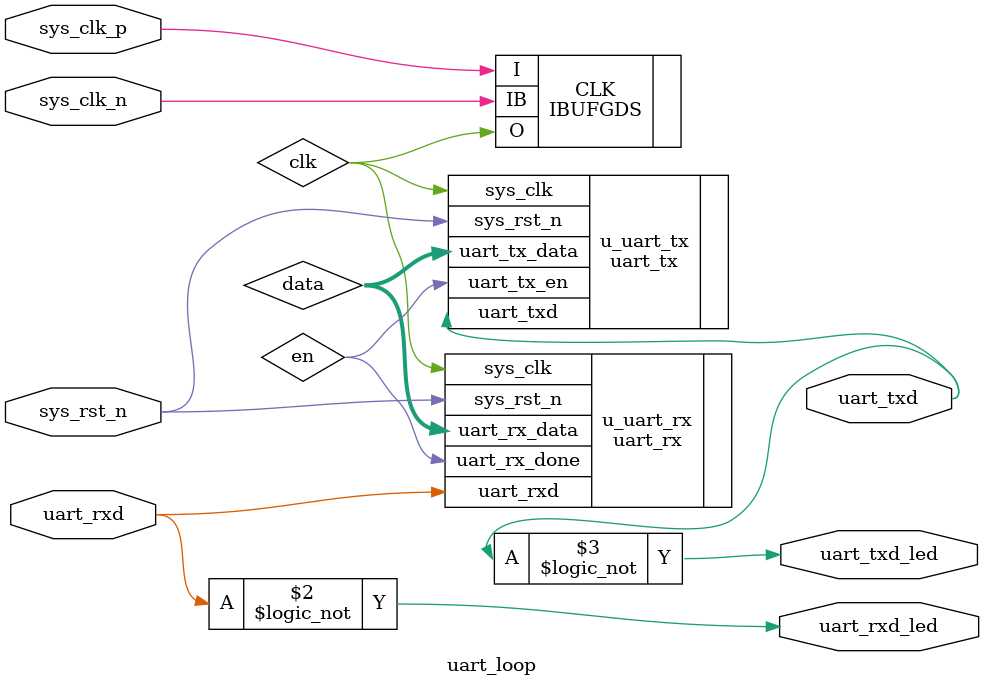
<source format=v>
/**
 * 回环测试
 * @author https://blog.csdn.net/wuzhikaidetb/article/details/114596930
 */
`include "module/uart_rx.v"
`include "module/uart_tx.v"
module uart_loop
#(
	parameter 			BPS		= 'd9600		,	//发送波特率
	parameter 			CLK_FRE	= 'd200_000_000		//输入时钟频率
)	
(	
//系统接口
	input 				sys_clk_p			,			//50M系统时钟
	input 				sys_clk_n			,			//50M系统时钟
	input 				sys_rst_n		,			//系统复位
//UART	
	input 				uart_rxd		,			//接收数据线
	output  			uart_txd,					//UART发送数据线
  output reg uart_rxd_led,
  output reg uart_txd_led
);
	
//wire define				
wire	[7:0]	data;								//接收到的一个BYTE数据
wire			en;									//接收有效信号，可用作发送的使能信号

wire clk;
    IBUFGDS CLK(
        .I (sys_clk_p),
        .IB(sys_clk_n),
        .O (clk)
  );

always @(*)
begin
  uart_rxd_led <= !uart_rxd;
  uart_txd_led <= !uart_txd;
end

//例化发送模块
uart_tx #(
	.BPS			(BPS		),		
	.CLK_FRE		(CLK_FRE	)		
)	
u_uart_tx(	
	.sys_clk		(clk	),		
	.sys_rst_n		(sys_rst_n	),
 
	.uart_tx_data	(data		),		
	.uart_tx_en		(en			),		
	.uart_txd		(uart_txd	)	
);
//例化接收模块
uart_rx #(
	.BPS			(BPS		),		
	.CLK_FRE		(CLK_FRE	)		
)	
u_uart_rx(	
	.sys_clk		(clk	),			
	.sys_rst_n		(sys_rst_n	),
 
	.uart_rx_data	(data		),			
	.uart_rx_done	(en			),		
	.uart_rxd		(uart_rxd	)	
);
 
endmodule
</source>
